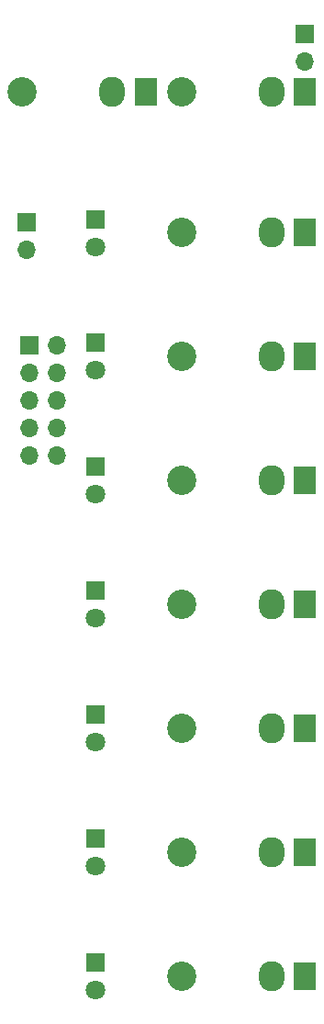
<source format=gbs>
G04 #@! TF.GenerationSoftware,KiCad,Pcbnew,(5.1.7)-1*
G04 #@! TF.CreationDate,2021-01-31T04:24:23+01:00*
G04 #@! TF.ProjectId,clockdiv,636c6f63-6b64-4697-962e-6b696361645f,rev?*
G04 #@! TF.SameCoordinates,Original*
G04 #@! TF.FileFunction,Soldermask,Bot*
G04 #@! TF.FilePolarity,Negative*
%FSLAX46Y46*%
G04 Gerber Fmt 4.6, Leading zero omitted, Abs format (unit mm)*
G04 Created by KiCad (PCBNEW (5.1.7)-1) date 2021-01-31 04:24:23*
%MOMM*%
%LPD*%
G01*
G04 APERTURE LIST*
%ADD10O,2.350000X2.800000*%
%ADD11R,2.150000X2.600000*%
%ADD12C,2.700000*%
%ADD13O,1.700000X1.700000*%
%ADD14R,1.700000X1.700000*%
%ADD15C,1.800000*%
%ADD16R,1.800000X1.800000*%
G04 APERTURE END LIST*
D10*
G04 #@! TO.C,J2*
X117856000Y-83058000D03*
D11*
X120956000Y-83058000D03*
D12*
X109556000Y-83058000D03*
G04 #@! TD*
D13*
G04 #@! TO.C,J10*
X135636000Y-80264000D03*
D14*
X135636000Y-77724000D03*
G04 #@! TD*
D13*
G04 #@! TO.C,J3*
X109982000Y-97663000D03*
D14*
X109982000Y-95123000D03*
G04 #@! TD*
D10*
G04 #@! TO.C,J12*
X132536000Y-164592000D03*
D11*
X135636000Y-164592000D03*
D12*
X124236000Y-164592000D03*
G04 #@! TD*
D15*
G04 #@! TO.C,D6*
X116332000Y-165862000D03*
D16*
X116332000Y-163322000D03*
G04 #@! TD*
D13*
G04 #@! TO.C,J11*
X112776000Y-116586000D03*
X110236000Y-116586000D03*
X112776000Y-114046000D03*
X110236000Y-114046000D03*
X112776000Y-111506000D03*
X110236000Y-111506000D03*
X112776000Y-108966000D03*
X110236000Y-108966000D03*
X112776000Y-106426000D03*
D14*
X110236000Y-106426000D03*
G04 #@! TD*
D15*
G04 #@! TO.C,D12*
X116332000Y-154432000D03*
D16*
X116332000Y-151892000D03*
G04 #@! TD*
D15*
G04 #@! TO.C,D11*
X116332000Y-143002000D03*
D16*
X116332000Y-140462000D03*
G04 #@! TD*
D15*
G04 #@! TO.C,D10*
X116332000Y-131572000D03*
D16*
X116332000Y-129032000D03*
G04 #@! TD*
D15*
G04 #@! TO.C,D9*
X116332000Y-108712000D03*
D16*
X116332000Y-106172000D03*
G04 #@! TD*
D15*
G04 #@! TO.C,D8*
X116332000Y-120142000D03*
D16*
X116332000Y-117602000D03*
G04 #@! TD*
D15*
G04 #@! TO.C,D7*
X116332000Y-97409000D03*
D16*
X116332000Y-94869000D03*
G04 #@! TD*
D10*
G04 #@! TO.C,J9*
X132536000Y-153162000D03*
D11*
X135636000Y-153162000D03*
D12*
X124236000Y-153162000D03*
G04 #@! TD*
D10*
G04 #@! TO.C,J8*
X132536000Y-141732000D03*
D11*
X135636000Y-141732000D03*
D12*
X124236000Y-141732000D03*
G04 #@! TD*
D10*
G04 #@! TO.C,J7*
X132536000Y-130302000D03*
D11*
X135636000Y-130302000D03*
D12*
X124236000Y-130302000D03*
G04 #@! TD*
D10*
G04 #@! TO.C,J6*
X132536000Y-107442000D03*
D11*
X135636000Y-107442000D03*
D12*
X124236000Y-107442000D03*
G04 #@! TD*
D10*
G04 #@! TO.C,J5*
X132536000Y-118872000D03*
D11*
X135636000Y-118872000D03*
D12*
X124236000Y-118872000D03*
G04 #@! TD*
D10*
G04 #@! TO.C,J4*
X132536000Y-96012000D03*
D11*
X135636000Y-96012000D03*
D12*
X124236000Y-96012000D03*
G04 #@! TD*
D10*
G04 #@! TO.C,J1*
X132536000Y-83058000D03*
D11*
X135636000Y-83058000D03*
D12*
X124236000Y-83058000D03*
G04 #@! TD*
M02*

</source>
